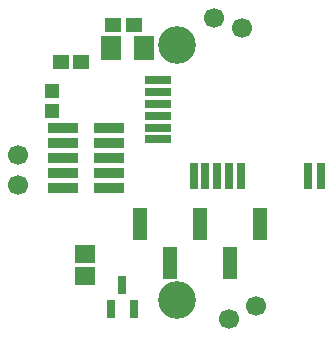
<source format=gbr>
G04 DipTrace 3.2.0.1*
G04 TopMask.gbr*
%MOIN*%
G04 #@! TF.FileFunction,Soldermask,Top*
G04 #@! TF.Part,Single*
%AMOUTLINE1*
4,1,4,
0.025591,0.023622,
0.025591,-0.023622,
-0.025591,-0.023622,
-0.025591,0.023622,
0.025591,0.023622,
0*%
%ADD38R,0.047244X0.106693*%
%ADD42C,0.125984*%
%ADD44R,0.102362X0.037795*%
%ADD46R,0.031496X0.086614*%
%ADD48R,0.086614X0.031496*%
%ADD50R,0.031496X0.059055*%
%ADD52R,0.047244X0.051181*%
%ADD54C,0.066929*%
%ADD56R,0.070866X0.07874*%
%ADD58R,0.066929X0.059055*%
%ADD64OUTLINE1*%
%FSLAX26Y26*%
G04*
G70*
G90*
G75*
G01*
G04 TopMask*
%LPD*%
D58*
X666142Y611811D3*
Y686614D3*
D56*
X860630Y1372835D3*
X750394D3*
D64*
X826772Y1450394D3*
X759843D3*
D54*
X1095961Y1473791D3*
X1189929Y1439589D3*
X441732Y1015354D3*
Y915354D3*
X1235529Y514193D3*
X1145650Y470356D3*
D52*
X556693Y1230709D3*
Y1163780D3*
D64*
X585827Y1325984D3*
X652756D3*
D50*
X751969Y502362D3*
X826772D3*
X789370Y585039D3*
D48*
X909055Y1265748D3*
Y1226378D3*
Y1187008D3*
Y1147638D3*
Y1108268D3*
Y1068898D3*
D46*
X1027165Y946850D3*
X1066535D3*
X1105906D3*
X1145276D3*
X1184646D3*
X1407087D3*
X1452362D3*
D44*
X591339Y1008268D3*
Y958268D3*
Y908268D3*
Y1058268D3*
Y1108268D3*
X744882Y1008268D3*
Y958268D3*
Y908268D3*
Y1058268D3*
Y1108268D3*
D42*
X971260Y1384646D3*
Y534252D3*
D38*
X948819Y657480D3*
X1048819Y787795D3*
X848819D3*
X1148819Y657480D3*
X1248819Y787795D3*
M02*

</source>
